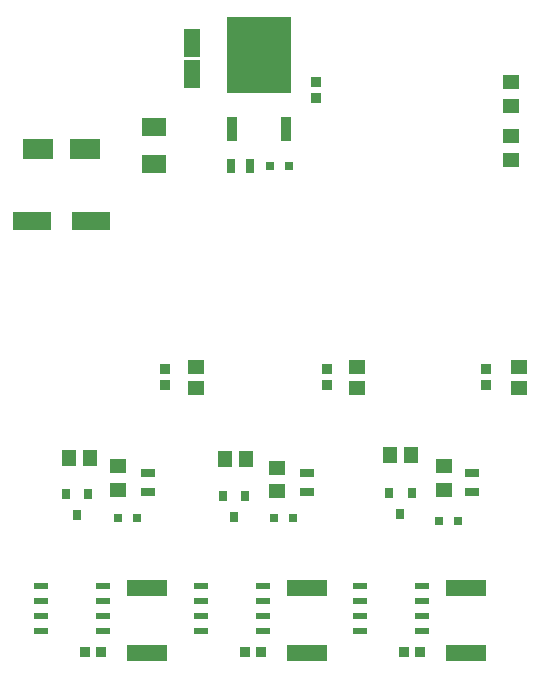
<source format=gtp>
G04*
G04 #@! TF.GenerationSoftware,Altium Limited,Altium Designer,20.0.9 (164)*
G04*
G04 Layer_Color=8421504*
%FSLAX25Y25*%
%MOIN*%
G70*
G01*
G75*
%ADD16R,0.03740X0.03347*%
%ADD17R,0.05709X0.04528*%
%ADD18R,0.05709X0.04724*%
%ADD19R,0.03158X0.03827*%
%ADD20R,0.03347X0.03740*%
G04:AMPARAMS|DCode=21|XSize=21.65mil|YSize=49.21mil|CornerRadius=1.95mil|HoleSize=0mil|Usage=FLASHONLY|Rotation=90.000|XOffset=0mil|YOffset=0mil|HoleType=Round|Shape=RoundedRectangle|*
%AMROUNDEDRECTD21*
21,1,0.02165,0.04532,0,0,90.0*
21,1,0.01776,0.04921,0,0,90.0*
1,1,0.00390,0.02266,0.00888*
1,1,0.00390,0.02266,-0.00888*
1,1,0.00390,-0.02266,-0.00888*
1,1,0.00390,-0.02266,0.00888*
%
%ADD21ROUNDEDRECTD21*%
%ADD22R,0.13189X0.05709*%
%ADD23R,0.09843X0.06693*%
%ADD24R,0.12598X0.06299*%
%ADD25R,0.07992X0.06496*%
%ADD26R,0.05315X0.09252*%
%ADD27R,0.21654X0.25591*%
%ADD28R,0.03740X0.08268*%
%ADD29R,0.03150X0.03150*%
%ADD30R,0.03150X0.04921*%
%ADD31R,0.04921X0.03150*%
%ADD32R,0.04528X0.05709*%
D16*
X73000Y3342D02*
D03*
Y8658D02*
D03*
X16500Y99185D02*
D03*
Y104500D02*
D03*
X-34000Y3342D02*
D03*
Y8658D02*
D03*
X20000Y3342D02*
D03*
Y8658D02*
D03*
D17*
X84000Y2555D02*
D03*
Y9445D02*
D03*
X-23500Y2555D02*
D03*
Y9445D02*
D03*
X30000Y2555D02*
D03*
Y9445D02*
D03*
D18*
X81500Y86437D02*
D03*
Y78563D02*
D03*
Y96563D02*
D03*
Y104437D02*
D03*
X3500Y-24126D02*
D03*
Y-32000D02*
D03*
X-49688Y-23642D02*
D03*
Y-31516D02*
D03*
X58989Y-31437D02*
D03*
Y-23563D02*
D03*
D19*
X48240Y-32516D02*
D03*
X40760D02*
D03*
X44500Y-39484D02*
D03*
X-59437Y-33031D02*
D03*
X-66917D02*
D03*
X-63177Y-40000D02*
D03*
X-7249Y-33516D02*
D03*
X-14729D02*
D03*
X-10989Y-40484D02*
D03*
D20*
X51157Y-85499D02*
D03*
X45842D02*
D03*
X-1843D02*
D03*
X-7158D02*
D03*
X-60658Y-85500D02*
D03*
X-55343D02*
D03*
D21*
X51835Y-78612D02*
D03*
Y-73612D02*
D03*
Y-68612D02*
D03*
Y-63612D02*
D03*
X31165Y-78612D02*
D03*
Y-73612D02*
D03*
Y-68612D02*
D03*
Y-63612D02*
D03*
X-1165Y-78612D02*
D03*
Y-73612D02*
D03*
Y-68612D02*
D03*
Y-63612D02*
D03*
X-21835Y-78612D02*
D03*
Y-73612D02*
D03*
Y-68612D02*
D03*
Y-63612D02*
D03*
X-54665Y-78612D02*
D03*
Y-73612D02*
D03*
Y-68612D02*
D03*
Y-63612D02*
D03*
X-75335Y-78612D02*
D03*
Y-73612D02*
D03*
Y-68612D02*
D03*
Y-63612D02*
D03*
D22*
X13500Y-64346D02*
D03*
Y-86000D02*
D03*
X-40000Y-64346D02*
D03*
Y-86000D02*
D03*
X66500Y-64346D02*
D03*
Y-86000D02*
D03*
D23*
X-76248Y82000D02*
D03*
X-60500D02*
D03*
D24*
X-78342Y58000D02*
D03*
X-58657D02*
D03*
D25*
X-37500Y89520D02*
D03*
Y77000D02*
D03*
D26*
X-25000Y107000D02*
D03*
Y117433D02*
D03*
D27*
X-2500Y113500D02*
D03*
D28*
X6476Y88697D02*
D03*
X-11476D02*
D03*
D29*
X7500Y76500D02*
D03*
X1201D02*
D03*
X-43350Y-41000D02*
D03*
X-49650D02*
D03*
X2350D02*
D03*
X8650D02*
D03*
X57350Y-42000D02*
D03*
X63650D02*
D03*
D30*
X-5500Y76500D02*
D03*
X-11799D02*
D03*
D31*
X68500Y-25850D02*
D03*
Y-32150D02*
D03*
X-39500D02*
D03*
Y-25850D02*
D03*
X13500D02*
D03*
Y-32150D02*
D03*
D32*
X-59055Y-21000D02*
D03*
X-65945D02*
D03*
X-7055Y-21100D02*
D03*
X-13945D02*
D03*
X41055Y-19900D02*
D03*
X47945D02*
D03*
M02*

</source>
